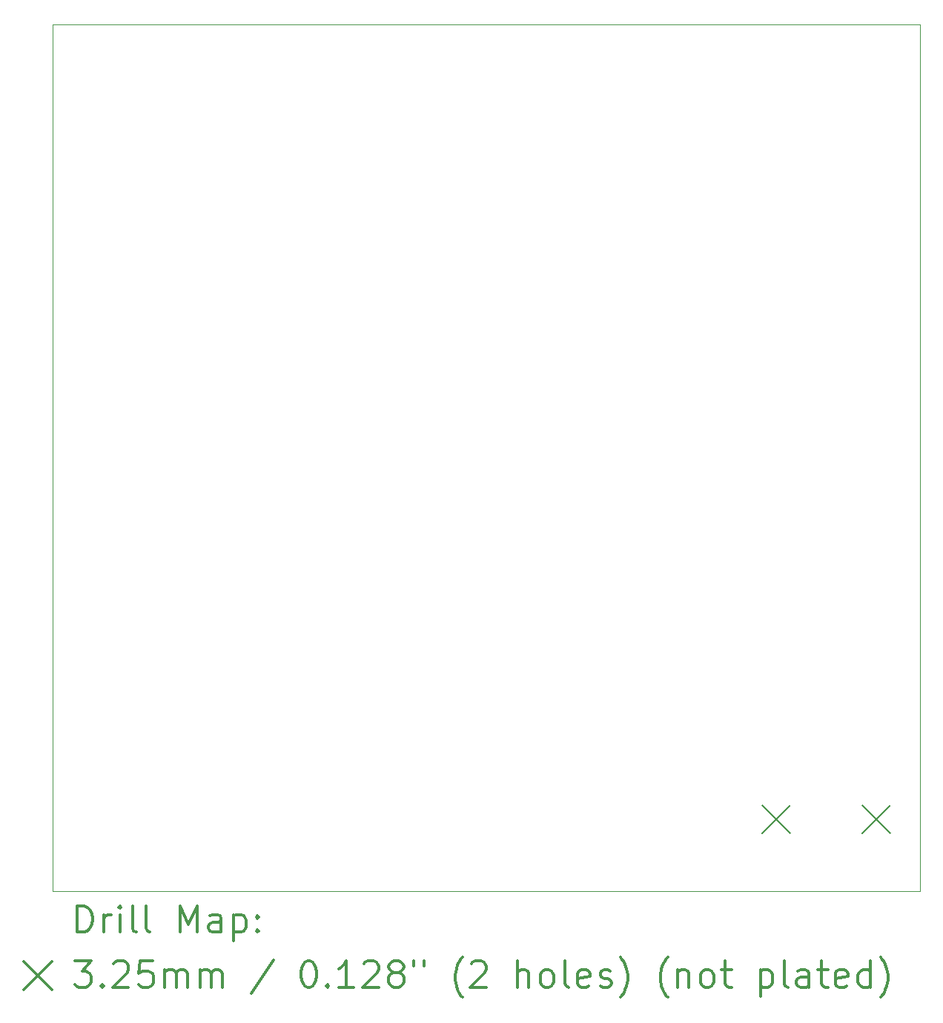
<source format=gbr>
%FSLAX45Y45*%
G04 Gerber Fmt 4.5, Leading zero omitted, Abs format (unit mm)*
G04 Created by KiCad (PCBNEW 5.1.5+dfsg1-2build2) date 2022-01-22 21:43:08*
%MOMM*%
%LPD*%
G04 APERTURE LIST*
%TA.AperFunction,Profile*%
%ADD10C,0.100000*%
%TD*%
%ADD11C,0.200000*%
%ADD12C,0.300000*%
G04 APERTURE END LIST*
D10*
X11176000Y-1270000D02*
X11176000Y-11176000D01*
X1270000Y-1270000D02*
X11176000Y-1270000D01*
X1270000Y-11176000D02*
X1270000Y-1270000D01*
X11176000Y-11176000D02*
X1270000Y-11176000D01*
D11*
X9368790Y-10194290D02*
X9693910Y-10519410D01*
X9693910Y-10194290D02*
X9368790Y-10519410D01*
X10511790Y-10194290D02*
X10836910Y-10519410D01*
X10836910Y-10194290D02*
X10511790Y-10519410D01*
D12*
X1551428Y-11646714D02*
X1551428Y-11346714D01*
X1622857Y-11346714D01*
X1665714Y-11361000D01*
X1694286Y-11389571D01*
X1708571Y-11418143D01*
X1722857Y-11475286D01*
X1722857Y-11518143D01*
X1708571Y-11575286D01*
X1694286Y-11603857D01*
X1665714Y-11632429D01*
X1622857Y-11646714D01*
X1551428Y-11646714D01*
X1851428Y-11646714D02*
X1851428Y-11446714D01*
X1851428Y-11503857D02*
X1865714Y-11475286D01*
X1880000Y-11461000D01*
X1908571Y-11446714D01*
X1937143Y-11446714D01*
X2037143Y-11646714D02*
X2037143Y-11446714D01*
X2037143Y-11346714D02*
X2022857Y-11361000D01*
X2037143Y-11375286D01*
X2051428Y-11361000D01*
X2037143Y-11346714D01*
X2037143Y-11375286D01*
X2222857Y-11646714D02*
X2194286Y-11632429D01*
X2180000Y-11603857D01*
X2180000Y-11346714D01*
X2380000Y-11646714D02*
X2351428Y-11632429D01*
X2337143Y-11603857D01*
X2337143Y-11346714D01*
X2722857Y-11646714D02*
X2722857Y-11346714D01*
X2822857Y-11561000D01*
X2922857Y-11346714D01*
X2922857Y-11646714D01*
X3194286Y-11646714D02*
X3194286Y-11489571D01*
X3180000Y-11461000D01*
X3151428Y-11446714D01*
X3094286Y-11446714D01*
X3065714Y-11461000D01*
X3194286Y-11632429D02*
X3165714Y-11646714D01*
X3094286Y-11646714D01*
X3065714Y-11632429D01*
X3051428Y-11603857D01*
X3051428Y-11575286D01*
X3065714Y-11546714D01*
X3094286Y-11532429D01*
X3165714Y-11532429D01*
X3194286Y-11518143D01*
X3337143Y-11446714D02*
X3337143Y-11746714D01*
X3337143Y-11461000D02*
X3365714Y-11446714D01*
X3422857Y-11446714D01*
X3451428Y-11461000D01*
X3465714Y-11475286D01*
X3480000Y-11503857D01*
X3480000Y-11589571D01*
X3465714Y-11618143D01*
X3451428Y-11632429D01*
X3422857Y-11646714D01*
X3365714Y-11646714D01*
X3337143Y-11632429D01*
X3608571Y-11618143D02*
X3622857Y-11632429D01*
X3608571Y-11646714D01*
X3594286Y-11632429D01*
X3608571Y-11618143D01*
X3608571Y-11646714D01*
X3608571Y-11461000D02*
X3622857Y-11475286D01*
X3608571Y-11489571D01*
X3594286Y-11475286D01*
X3608571Y-11461000D01*
X3608571Y-11489571D01*
X939880Y-11978440D02*
X1265000Y-12303560D01*
X1265000Y-11978440D02*
X939880Y-12303560D01*
X1522857Y-11976714D02*
X1708571Y-11976714D01*
X1608571Y-12091000D01*
X1651428Y-12091000D01*
X1680000Y-12105286D01*
X1694286Y-12119571D01*
X1708571Y-12148143D01*
X1708571Y-12219571D01*
X1694286Y-12248143D01*
X1680000Y-12262429D01*
X1651428Y-12276714D01*
X1565714Y-12276714D01*
X1537143Y-12262429D01*
X1522857Y-12248143D01*
X1837143Y-12248143D02*
X1851428Y-12262429D01*
X1837143Y-12276714D01*
X1822857Y-12262429D01*
X1837143Y-12248143D01*
X1837143Y-12276714D01*
X1965714Y-12005286D02*
X1980000Y-11991000D01*
X2008571Y-11976714D01*
X2080000Y-11976714D01*
X2108571Y-11991000D01*
X2122857Y-12005286D01*
X2137143Y-12033857D01*
X2137143Y-12062429D01*
X2122857Y-12105286D01*
X1951428Y-12276714D01*
X2137143Y-12276714D01*
X2408571Y-11976714D02*
X2265714Y-11976714D01*
X2251428Y-12119571D01*
X2265714Y-12105286D01*
X2294286Y-12091000D01*
X2365714Y-12091000D01*
X2394286Y-12105286D01*
X2408571Y-12119571D01*
X2422857Y-12148143D01*
X2422857Y-12219571D01*
X2408571Y-12248143D01*
X2394286Y-12262429D01*
X2365714Y-12276714D01*
X2294286Y-12276714D01*
X2265714Y-12262429D01*
X2251428Y-12248143D01*
X2551428Y-12276714D02*
X2551428Y-12076714D01*
X2551428Y-12105286D02*
X2565714Y-12091000D01*
X2594286Y-12076714D01*
X2637143Y-12076714D01*
X2665714Y-12091000D01*
X2680000Y-12119571D01*
X2680000Y-12276714D01*
X2680000Y-12119571D02*
X2694286Y-12091000D01*
X2722857Y-12076714D01*
X2765714Y-12076714D01*
X2794286Y-12091000D01*
X2808571Y-12119571D01*
X2808571Y-12276714D01*
X2951428Y-12276714D02*
X2951428Y-12076714D01*
X2951428Y-12105286D02*
X2965714Y-12091000D01*
X2994286Y-12076714D01*
X3037143Y-12076714D01*
X3065714Y-12091000D01*
X3080000Y-12119571D01*
X3080000Y-12276714D01*
X3080000Y-12119571D02*
X3094286Y-12091000D01*
X3122857Y-12076714D01*
X3165714Y-12076714D01*
X3194286Y-12091000D01*
X3208571Y-12119571D01*
X3208571Y-12276714D01*
X3794286Y-11962429D02*
X3537143Y-12348143D01*
X4180000Y-11976714D02*
X4208571Y-11976714D01*
X4237143Y-11991000D01*
X4251428Y-12005286D01*
X4265714Y-12033857D01*
X4280000Y-12091000D01*
X4280000Y-12162429D01*
X4265714Y-12219571D01*
X4251428Y-12248143D01*
X4237143Y-12262429D01*
X4208571Y-12276714D01*
X4180000Y-12276714D01*
X4151428Y-12262429D01*
X4137143Y-12248143D01*
X4122857Y-12219571D01*
X4108571Y-12162429D01*
X4108571Y-12091000D01*
X4122857Y-12033857D01*
X4137143Y-12005286D01*
X4151428Y-11991000D01*
X4180000Y-11976714D01*
X4408571Y-12248143D02*
X4422857Y-12262429D01*
X4408571Y-12276714D01*
X4394286Y-12262429D01*
X4408571Y-12248143D01*
X4408571Y-12276714D01*
X4708571Y-12276714D02*
X4537143Y-12276714D01*
X4622857Y-12276714D02*
X4622857Y-11976714D01*
X4594286Y-12019571D01*
X4565714Y-12048143D01*
X4537143Y-12062429D01*
X4822857Y-12005286D02*
X4837143Y-11991000D01*
X4865714Y-11976714D01*
X4937143Y-11976714D01*
X4965714Y-11991000D01*
X4980000Y-12005286D01*
X4994286Y-12033857D01*
X4994286Y-12062429D01*
X4980000Y-12105286D01*
X4808571Y-12276714D01*
X4994286Y-12276714D01*
X5165714Y-12105286D02*
X5137143Y-12091000D01*
X5122857Y-12076714D01*
X5108571Y-12048143D01*
X5108571Y-12033857D01*
X5122857Y-12005286D01*
X5137143Y-11991000D01*
X5165714Y-11976714D01*
X5222857Y-11976714D01*
X5251428Y-11991000D01*
X5265714Y-12005286D01*
X5280000Y-12033857D01*
X5280000Y-12048143D01*
X5265714Y-12076714D01*
X5251428Y-12091000D01*
X5222857Y-12105286D01*
X5165714Y-12105286D01*
X5137143Y-12119571D01*
X5122857Y-12133857D01*
X5108571Y-12162429D01*
X5108571Y-12219571D01*
X5122857Y-12248143D01*
X5137143Y-12262429D01*
X5165714Y-12276714D01*
X5222857Y-12276714D01*
X5251428Y-12262429D01*
X5265714Y-12248143D01*
X5280000Y-12219571D01*
X5280000Y-12162429D01*
X5265714Y-12133857D01*
X5251428Y-12119571D01*
X5222857Y-12105286D01*
X5394286Y-11976714D02*
X5394286Y-12033857D01*
X5508571Y-11976714D02*
X5508571Y-12033857D01*
X5951428Y-12391000D02*
X5937143Y-12376714D01*
X5908571Y-12333857D01*
X5894286Y-12305286D01*
X5880000Y-12262429D01*
X5865714Y-12191000D01*
X5865714Y-12133857D01*
X5880000Y-12062429D01*
X5894286Y-12019571D01*
X5908571Y-11991000D01*
X5937143Y-11948143D01*
X5951428Y-11933857D01*
X6051428Y-12005286D02*
X6065714Y-11991000D01*
X6094286Y-11976714D01*
X6165714Y-11976714D01*
X6194286Y-11991000D01*
X6208571Y-12005286D01*
X6222857Y-12033857D01*
X6222857Y-12062429D01*
X6208571Y-12105286D01*
X6037143Y-12276714D01*
X6222857Y-12276714D01*
X6580000Y-12276714D02*
X6580000Y-11976714D01*
X6708571Y-12276714D02*
X6708571Y-12119571D01*
X6694286Y-12091000D01*
X6665714Y-12076714D01*
X6622857Y-12076714D01*
X6594286Y-12091000D01*
X6580000Y-12105286D01*
X6894286Y-12276714D02*
X6865714Y-12262429D01*
X6851428Y-12248143D01*
X6837143Y-12219571D01*
X6837143Y-12133857D01*
X6851428Y-12105286D01*
X6865714Y-12091000D01*
X6894286Y-12076714D01*
X6937143Y-12076714D01*
X6965714Y-12091000D01*
X6980000Y-12105286D01*
X6994286Y-12133857D01*
X6994286Y-12219571D01*
X6980000Y-12248143D01*
X6965714Y-12262429D01*
X6937143Y-12276714D01*
X6894286Y-12276714D01*
X7165714Y-12276714D02*
X7137143Y-12262429D01*
X7122857Y-12233857D01*
X7122857Y-11976714D01*
X7394286Y-12262429D02*
X7365714Y-12276714D01*
X7308571Y-12276714D01*
X7280000Y-12262429D01*
X7265714Y-12233857D01*
X7265714Y-12119571D01*
X7280000Y-12091000D01*
X7308571Y-12076714D01*
X7365714Y-12076714D01*
X7394286Y-12091000D01*
X7408571Y-12119571D01*
X7408571Y-12148143D01*
X7265714Y-12176714D01*
X7522857Y-12262429D02*
X7551428Y-12276714D01*
X7608571Y-12276714D01*
X7637143Y-12262429D01*
X7651428Y-12233857D01*
X7651428Y-12219571D01*
X7637143Y-12191000D01*
X7608571Y-12176714D01*
X7565714Y-12176714D01*
X7537143Y-12162429D01*
X7522857Y-12133857D01*
X7522857Y-12119571D01*
X7537143Y-12091000D01*
X7565714Y-12076714D01*
X7608571Y-12076714D01*
X7637143Y-12091000D01*
X7751428Y-12391000D02*
X7765714Y-12376714D01*
X7794286Y-12333857D01*
X7808571Y-12305286D01*
X7822857Y-12262429D01*
X7837143Y-12191000D01*
X7837143Y-12133857D01*
X7822857Y-12062429D01*
X7808571Y-12019571D01*
X7794286Y-11991000D01*
X7765714Y-11948143D01*
X7751428Y-11933857D01*
X8294286Y-12391000D02*
X8280000Y-12376714D01*
X8251428Y-12333857D01*
X8237143Y-12305286D01*
X8222857Y-12262429D01*
X8208571Y-12191000D01*
X8208571Y-12133857D01*
X8222857Y-12062429D01*
X8237143Y-12019571D01*
X8251428Y-11991000D01*
X8280000Y-11948143D01*
X8294286Y-11933857D01*
X8408571Y-12076714D02*
X8408571Y-12276714D01*
X8408571Y-12105286D02*
X8422857Y-12091000D01*
X8451428Y-12076714D01*
X8494286Y-12076714D01*
X8522857Y-12091000D01*
X8537143Y-12119571D01*
X8537143Y-12276714D01*
X8722857Y-12276714D02*
X8694286Y-12262429D01*
X8680000Y-12248143D01*
X8665714Y-12219571D01*
X8665714Y-12133857D01*
X8680000Y-12105286D01*
X8694286Y-12091000D01*
X8722857Y-12076714D01*
X8765714Y-12076714D01*
X8794286Y-12091000D01*
X8808571Y-12105286D01*
X8822857Y-12133857D01*
X8822857Y-12219571D01*
X8808571Y-12248143D01*
X8794286Y-12262429D01*
X8765714Y-12276714D01*
X8722857Y-12276714D01*
X8908571Y-12076714D02*
X9022857Y-12076714D01*
X8951428Y-11976714D02*
X8951428Y-12233857D01*
X8965714Y-12262429D01*
X8994286Y-12276714D01*
X9022857Y-12276714D01*
X9351428Y-12076714D02*
X9351428Y-12376714D01*
X9351428Y-12091000D02*
X9380000Y-12076714D01*
X9437143Y-12076714D01*
X9465714Y-12091000D01*
X9480000Y-12105286D01*
X9494286Y-12133857D01*
X9494286Y-12219571D01*
X9480000Y-12248143D01*
X9465714Y-12262429D01*
X9437143Y-12276714D01*
X9380000Y-12276714D01*
X9351428Y-12262429D01*
X9665714Y-12276714D02*
X9637143Y-12262429D01*
X9622857Y-12233857D01*
X9622857Y-11976714D01*
X9908571Y-12276714D02*
X9908571Y-12119571D01*
X9894286Y-12091000D01*
X9865714Y-12076714D01*
X9808571Y-12076714D01*
X9780000Y-12091000D01*
X9908571Y-12262429D02*
X9880000Y-12276714D01*
X9808571Y-12276714D01*
X9780000Y-12262429D01*
X9765714Y-12233857D01*
X9765714Y-12205286D01*
X9780000Y-12176714D01*
X9808571Y-12162429D01*
X9880000Y-12162429D01*
X9908571Y-12148143D01*
X10008571Y-12076714D02*
X10122857Y-12076714D01*
X10051428Y-11976714D02*
X10051428Y-12233857D01*
X10065714Y-12262429D01*
X10094286Y-12276714D01*
X10122857Y-12276714D01*
X10337143Y-12262429D02*
X10308571Y-12276714D01*
X10251428Y-12276714D01*
X10222857Y-12262429D01*
X10208571Y-12233857D01*
X10208571Y-12119571D01*
X10222857Y-12091000D01*
X10251428Y-12076714D01*
X10308571Y-12076714D01*
X10337143Y-12091000D01*
X10351428Y-12119571D01*
X10351428Y-12148143D01*
X10208571Y-12176714D01*
X10608571Y-12276714D02*
X10608571Y-11976714D01*
X10608571Y-12262429D02*
X10580000Y-12276714D01*
X10522857Y-12276714D01*
X10494286Y-12262429D01*
X10480000Y-12248143D01*
X10465714Y-12219571D01*
X10465714Y-12133857D01*
X10480000Y-12105286D01*
X10494286Y-12091000D01*
X10522857Y-12076714D01*
X10580000Y-12076714D01*
X10608571Y-12091000D01*
X10722857Y-12391000D02*
X10737143Y-12376714D01*
X10765714Y-12333857D01*
X10780000Y-12305286D01*
X10794286Y-12262429D01*
X10808571Y-12191000D01*
X10808571Y-12133857D01*
X10794286Y-12062429D01*
X10780000Y-12019571D01*
X10765714Y-11991000D01*
X10737143Y-11948143D01*
X10722857Y-11933857D01*
M02*

</source>
